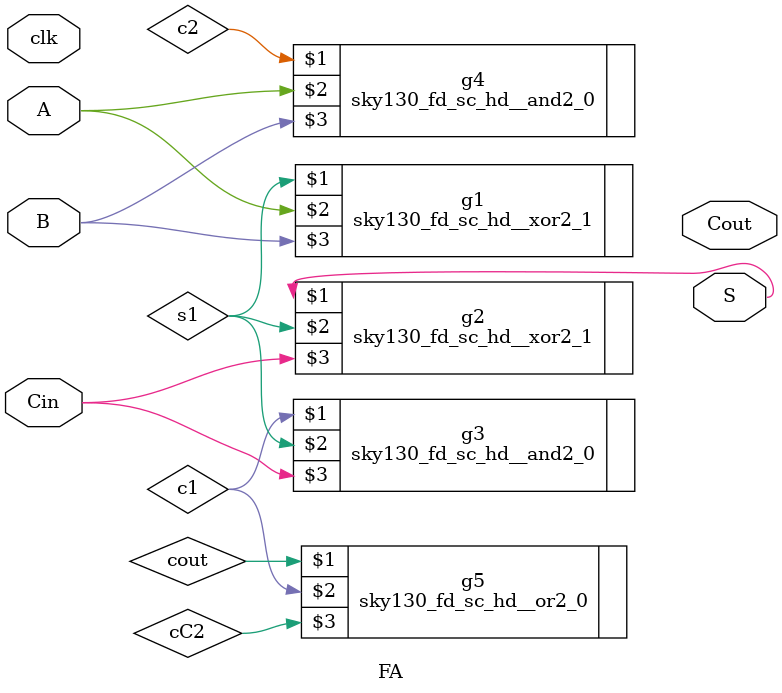
<source format=v>
module FA ( A, B, Cin, S, Cout, clk);
    input A, B, Cin, clk;
    output S, Cout;
    wire s1, c1, c2;
    
    sky130_fd_sc_hd__xor2_1 g1(s1, A, B);
    sky130_fd_sc_hd__xor2_1 g2(S, s1, Cin);
    sky130_fd_sc_hd__and2_0 g3(c1, s1, Cin);
    sky130_fd_sc_hd__and2_0 g4(c2, A, B);
    sky130_fd_sc_hd__or2_0 g5(cout, c1,cC2);
endmodule
</source>
